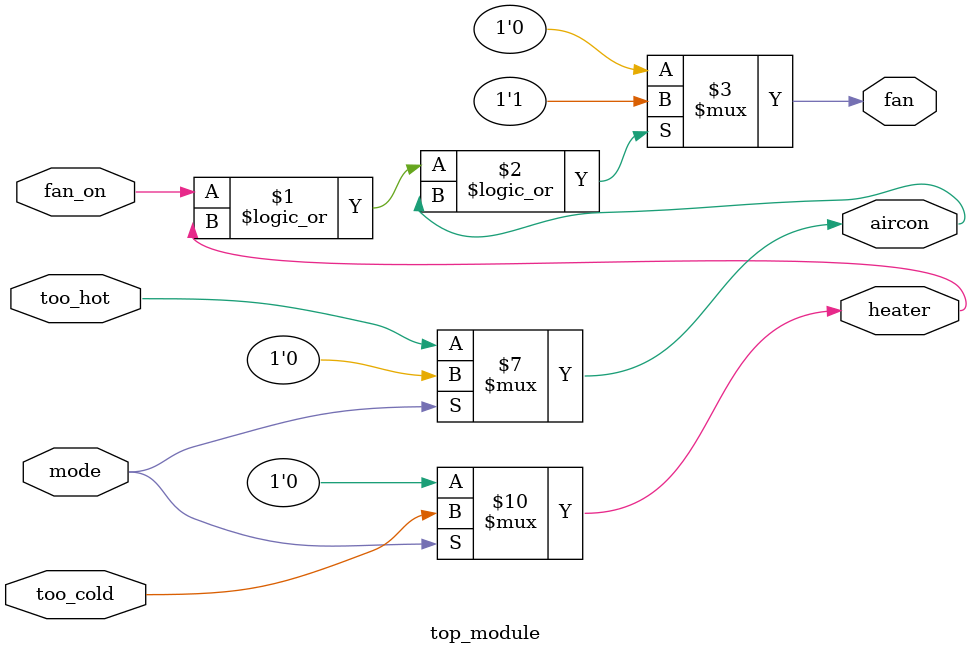
<source format=sv>
module top_module(
    input mode,
    input too_cold,
    input too_hot,
    input fan_on,
    output heater,
    output aircon,
    output fan
);

// Create internal signals
reg fan_req;

// Logic to determine if the fan should be on
assign fan = (fan_on || heater || aircon) ? 1'b1 : 1'b0;

// Logic to control the heater and air conditioner
always @* begin
    if (mode == 1'b1) begin
        heater = too_cold;
        aircon = 1'b0;
    end else begin
        heater = 1'b0;
        aircon = too_hot;
    end
end

endmodule

</source>
